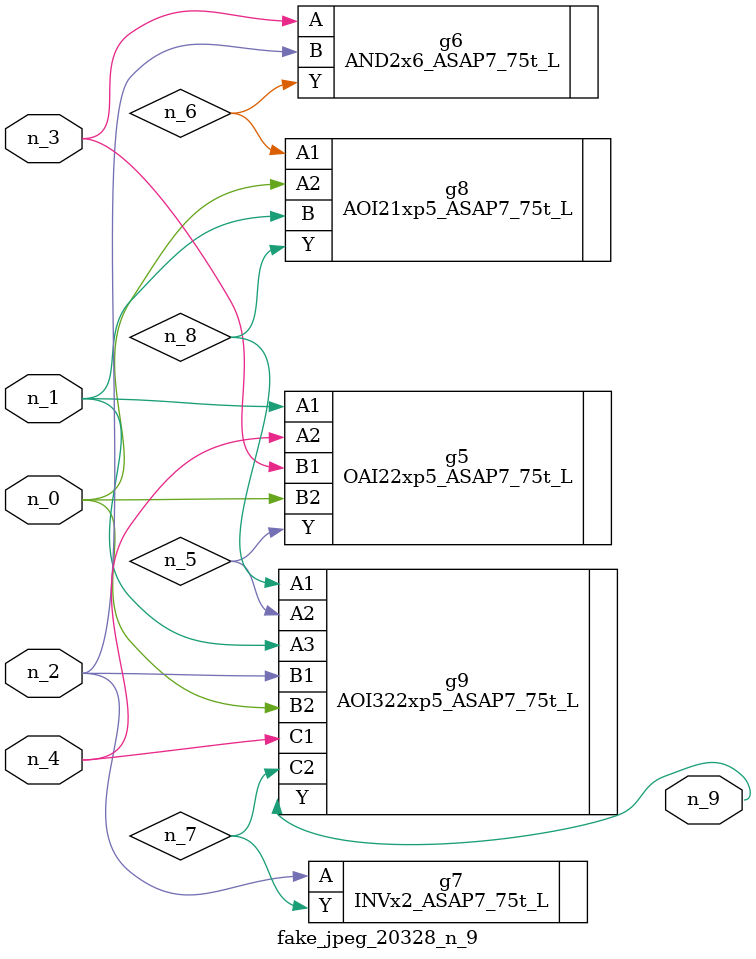
<source format=v>
module fake_jpeg_20328_n_9 (n_3, n_2, n_1, n_0, n_4, n_9);

input n_3;
input n_2;
input n_1;
input n_0;
input n_4;

output n_9;

wire n_8;
wire n_6;
wire n_5;
wire n_7;

OAI22xp5_ASAP7_75t_L g5 ( 
.A1(n_1),
.A2(n_4),
.B1(n_3),
.B2(n_0),
.Y(n_5)
);

AND2x6_ASAP7_75t_L g6 ( 
.A(n_3),
.B(n_2),
.Y(n_6)
);

INVx2_ASAP7_75t_L g7 ( 
.A(n_2),
.Y(n_7)
);

AOI21xp5_ASAP7_75t_L g8 ( 
.A1(n_6),
.A2(n_0),
.B(n_1),
.Y(n_8)
);

AOI322xp5_ASAP7_75t_L g9 ( 
.A1(n_8),
.A2(n_5),
.A3(n_1),
.B1(n_2),
.B2(n_0),
.C1(n_4),
.C2(n_7),
.Y(n_9)
);


endmodule
</source>
